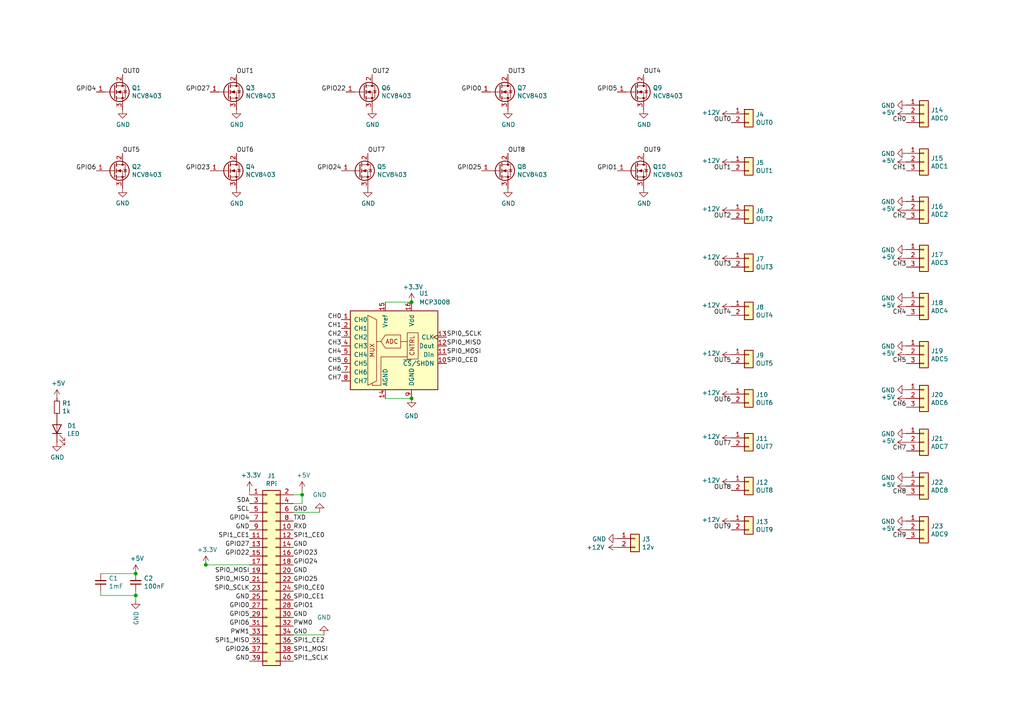
<source format=kicad_sch>
(kicad_sch (version 20231120) (generator "eeschema") (generator_version "8.0")
  (paper "A4")
  (title_block (title "garduino") (rev "v1") (company "lars@ibp.de"))
  (lib_symbols
    (symbol "Analog_ADC:MCP3008" (pin_names (offset 1.016))
      (property "Reference" "U" (at -5.08 13.335 0))
      (property "Value" "MCP3008" (at -5.08 11.43 0))
      (symbol "MCP3008_0_0"
        (text "ADC" (at -0.635 1.27 0) (effects (font (size 1.27 1.27))))
        (text "CNTRL" (at 5.969 -2.921 900) (effects (font (size 1.27 1.27)) (justify left bottom)))
        (text "MUX" (at -6.35 -1.27 900) (effects (font (size 1.27 1.27))))
      )
      (symbol "MCP3008_0_1"
        (polyline (pts (xy -3.81 1.27) (xy -5.08 1.27)))
        (polyline (pts (xy 1.905 1.27) (xy 3.81 1.27)))
        (polyline (pts (xy -7.62 8.89) (xy -7.62 -11.43) (xy -5.08 -10.16) (xy -5.08 7.62) (xy -7.62 8.89)))
        (polyline (pts (xy 3.81 -3.175) (xy -3.81 -3.175) (xy -3.81 -11.43) (xy -6.35 -11.43) (xy -6.35 -10.795)))
        (polyline (pts (xy 1.905 3.175) (xy 1.905 -0.635) (xy -2.54 -0.635) (xy -3.81 1.27) (xy -2.54 3.175) (xy 1.905 3.175)))
        (rectangle (start 3.81 -3.81) (end 6.985 3.81))
        (rectangle (start 12.7 -12.7) (end -12.7 10.16) (stroke (width 0.254)) (fill (type background)))
      )
      (symbol "MCP3008_1_1"
        (pin input line (at -15.24 7.62 0) (length 2.54) (name "CH0") (number "1"))
        (pin input line (at 15.24 -5.08 180) (length 2.54) (name "~{CS}/SHDN") (number "10"))
        (pin input line (at 15.24 -2.54 180) (length 2.54) (name "Din") (number "11"))
        (pin output line (at 15.24 0 180) (length 2.54) (name "Dout") (number "12"))
        (pin input clock (at 15.24 2.54 180) (length 2.54) (name "CLK") (number "13"))
        (pin power_in line (at -2.54 -15.24 90) (length 2.54) (name "AGND") (number "14"))
        (pin power_in line (at -2.54 12.7 270) (length 2.54) (name "Vref") (number "15"))
        (pin power_in line (at 5.08 12.7 270) (length 2.54) (name "Vdd") (number "16"))
        (pin input line (at -15.24 5.08 0) (length 2.54) (name "CH1") (number "2"))
        (pin input line (at -15.24 2.54 0) (length 2.54) (name "CH2") (number "3"))
        (pin input line (at -15.24 0 0) (length 2.54) (name "CH3") (number "4"))
        (pin input line (at -15.24 -2.54 0) (length 2.54) (name "CH4") (number "5"))
        (pin input line (at -15.24 -5.08 0) (length 2.54) (name "CH5") (number "6"))
        (pin input line (at -15.24 -7.62 0) (length 2.54) (name "CH6") (number "7"))
        (pin input line (at -15.24 -10.16 0) (length 2.54) (name "CH7") (number "8"))
        (pin power_in line (at 5.08 -15.24 90) (length 2.54) (name "DGND") (number "9"))
      )
    )
    (symbol "Connector_Generic:Conn_01x02" (pin_names (offset 1.016) hide)
      (property "Reference" "J" (at 0 2.54 0))
      (property "Value" "Conn_01x02" (at 0 -5.08 0))
      (symbol "Conn_01x02_1_1"
        (rectangle (start -1.27 -2.413) (end 0 -2.667) (stroke (width 0.1524)))
        (rectangle (start -1.27 0.127) (end 0 -0.127) (stroke (width 0.1524)))
        (rectangle (start -1.27 1.27) (end 1.27 -3.81) (stroke (width 0.254)) (fill (type background)))
        (pin passive line (at -5.08 0 0) (length 3.81) (name "Pin_1") (number "1"))
        (pin passive line (at -5.08 -2.54 0) (length 3.81) (name "Pin_2") (number "2"))
      )
    )
    (symbol "Connector_Generic:Conn_01x03" (pin_names (offset 1.016) hide)
      (property "Reference" "J" (at 0 5.08 0))
      (property "Value" "Conn_01x03" (at 0 -5.08 0))
      (symbol "Conn_01x03_1_1"
        (rectangle (start -1.27 -2.413) (end 0 -2.667) (stroke (width 0.1524)))
        (rectangle (start -1.27 0.127) (end 0 -0.127) (stroke (width 0.1524)))
        (rectangle (start -1.27 2.667) (end 0 2.413) (stroke (width 0.1524)))
        (rectangle (start -1.27 3.81) (end 1.27 -3.81) (stroke (width 0.254)) (fill (type background)))
        (pin passive line (at -5.08 2.54 0) (length 3.81) (name "Pin_1") (number "1"))
        (pin passive line (at -5.08 0 0) (length 3.81) (name "Pin_2") (number "2"))
        (pin passive line (at -5.08 -2.54 0) (length 3.81) (name "Pin_3") (number "3"))
      )
    )
    (symbol "Connector_Generic:Conn_02x20_Odd_Even" (pin_names (offset 1.016) hide)
      (property "Reference" "J" (at 1.27 25.4 0))
      (property "Value" "Conn_02x20_Odd_Even" (at 1.27 -27.94 0))
      (symbol "Conn_02x20_Odd_Even_1_1"
        (rectangle (start -1.27 -25.273) (end 0 -25.527) (stroke (width 0.1524)))
        (rectangle (start -1.27 -22.733) (end 0 -22.987) (stroke (width 0.1524)))
        (rectangle (start -1.27 -20.193) (end 0 -20.447) (stroke (width 0.1524)))
        (rectangle (start -1.27 -17.653) (end 0 -17.907) (stroke (width 0.1524)))
        (rectangle (start -1.27 -15.113) (end 0 -15.367) (stroke (width 0.1524)))
        (rectangle (start -1.27 -12.573) (end 0 -12.827) (stroke (width 0.1524)))
        (rectangle (start -1.27 -10.033) (end 0 -10.287) (stroke (width 0.1524)))
        (rectangle (start -1.27 -7.493) (end 0 -7.747) (stroke (width 0.1524)))
        (rectangle (start -1.27 -4.953) (end 0 -5.207) (stroke (width 0.1524)))
        (rectangle (start -1.27 -2.413) (end 0 -2.667) (stroke (width 0.1524)))
        (rectangle (start -1.27 0.127) (end 0 -0.127) (stroke (width 0.1524)))
        (rectangle (start -1.27 2.667) (end 0 2.413) (stroke (width 0.1524)))
        (rectangle (start -1.27 5.207) (end 0 4.953) (stroke (width 0.1524)))
        (rectangle (start -1.27 7.747) (end 0 7.493) (stroke (width 0.1524)))
        (rectangle (start -1.27 10.287) (end 0 10.033) (stroke (width 0.1524)))
        (rectangle (start -1.27 12.827) (end 0 12.573) (stroke (width 0.1524)))
        (rectangle (start -1.27 15.367) (end 0 15.113) (stroke (width 0.1524)))
        (rectangle (start -1.27 17.907) (end 0 17.653) (stroke (width 0.1524)))
        (rectangle (start -1.27 20.447) (end 0 20.193) (stroke (width 0.1524)))
        (rectangle (start -1.27 22.987) (end 0 22.733) (stroke (width 0.1524)))
        (rectangle (start -1.27 24.13) (end 3.81 -26.67) (stroke (width 0.254)) (fill (type background)))
        (rectangle (start 3.81 -25.273) (end 2.54 -25.527) (stroke (width 0.1524)))
        (rectangle (start 3.81 -22.733) (end 2.54 -22.987) (stroke (width 0.1524)))
        (rectangle (start 3.81 -20.193) (end 2.54 -20.447) (stroke (width 0.1524)))
        (rectangle (start 3.81 -17.653) (end 2.54 -17.907) (stroke (width 0.1524)))
        (rectangle (start 3.81 -15.113) (end 2.54 -15.367) (stroke (width 0.1524)))
        (rectangle (start 3.81 -12.573) (end 2.54 -12.827) (stroke (width 0.1524)))
        (rectangle (start 3.81 -10.033) (end 2.54 -10.287) (stroke (width 0.1524)))
        (rectangle (start 3.81 -7.493) (end 2.54 -7.747) (stroke (width 0.1524)))
        (rectangle (start 3.81 -4.953) (end 2.54 -5.207) (stroke (width 0.1524)))
        (rectangle (start 3.81 -2.413) (end 2.54 -2.667) (stroke (width 0.1524)))
        (rectangle (start 3.81 0.127) (end 2.54 -0.127) (stroke (width 0.1524)))
        (rectangle (start 3.81 2.667) (end 2.54 2.413) (stroke (width 0.1524)))
        (rectangle (start 3.81 5.207) (end 2.54 4.953) (stroke (width 0.1524)))
        (rectangle (start 3.81 7.747) (end 2.54 7.493) (stroke (width 0.1524)))
        (rectangle (start 3.81 10.287) (end 2.54 10.033) (stroke (width 0.1524)))
        (rectangle (start 3.81 12.827) (end 2.54 12.573) (stroke (width 0.1524)))
        (rectangle (start 3.81 15.367) (end 2.54 15.113) (stroke (width 0.1524)))
        (rectangle (start 3.81 17.907) (end 2.54 17.653) (stroke (width 0.1524)))
        (rectangle (start 3.81 20.447) (end 2.54 20.193) (stroke (width 0.1524)))
        (rectangle (start 3.81 22.987) (end 2.54 22.733) (stroke (width 0.1524)))
        (pin passive line (at -5.08 22.86 0) (length 3.81) (name "Pin_1") (number "1"))
        (pin passive line (at 7.62 12.7 180) (length 3.81) (name "Pin_10") (number "10"))
        (pin passive line (at -5.08 10.16 0) (length 3.81) (name "Pin_11") (number "11"))
        (pin passive line (at 7.62 10.16 180) (length 3.81) (name "Pin_12") (number "12"))
        (pin passive line (at -5.08 7.62 0) (length 3.81) (name "Pin_13") (number "13"))
        (pin passive line (at 7.62 7.62 180) (length 3.81) (name "Pin_14") (number "14"))
        (pin passive line (at -5.08 5.08 0) (length 3.81) (name "Pin_15") (number "15"))
        (pin passive line (at 7.62 5.08 180) (length 3.81) (name "Pin_16") (number "16"))
        (pin passive line (at -5.08 2.54 0) (length 3.81) (name "Pin_17") (number "17"))
        (pin passive line (at 7.62 2.54 180) (length 3.81) (name "Pin_18") (number "18"))
        (pin passive line (at -5.08 0 0) (length 3.81) (name "Pin_19") (number "19"))
        (pin passive line (at 7.62 22.86 180) (length 3.81) (name "Pin_2") (number "2"))
        (pin passive line (at 7.62 0 180) (length 3.81) (name "Pin_20") (number "20"))
        (pin passive line (at -5.08 -2.54 0) (length 3.81) (name "Pin_21") (number "21"))
        (pin passive line (at 7.62 -2.54 180) (length 3.81) (name "Pin_22") (number "22"))
        (pin passive line (at -5.08 -5.08 0) (length 3.81) (name "Pin_23") (number "23"))
        (pin passive line (at 7.62 -5.08 180) (length 3.81) (name "Pin_24") (number "24"))
        (pin passive line (at -5.08 -7.62 0) (length 3.81) (name "Pin_25") (number "25"))
        (pin passive line (at 7.62 -7.62 180) (length 3.81) (name "Pin_26") (number "26"))
        (pin passive line (at -5.08 -10.16 0) (length 3.81) (name "Pin_27") (number "27"))
        (pin passive line (at 7.62 -10.16 180) (length 3.81) (name "Pin_28") (number "28"))
        (pin passive line (at -5.08 -12.7 0) (length 3.81) (name "Pin_29") (number "29"))
        (pin passive line (at -5.08 20.32 0) (length 3.81) (name "Pin_3") (number "3"))
        (pin passive line (at 7.62 -12.7 180) (length 3.81) (name "Pin_30") (number "30"))
        (pin passive line (at -5.08 -15.24 0) (length 3.81) (name "Pin_31") (number "31"))
        (pin passive line (at 7.62 -15.24 180) (length 3.81) (name "Pin_32") (number "32"))
        (pin passive line (at -5.08 -17.78 0) (length 3.81) (name "Pin_33") (number "33"))
        (pin passive line (at 7.62 -17.78 180) (length 3.81) (name "Pin_34") (number "34"))
        (pin passive line (at -5.08 -20.32 0) (length 3.81) (name "Pin_35") (number "35"))
        (pin passive line (at 7.62 -20.32 180) (length 3.81) (name "Pin_36") (number "36"))
        (pin passive line (at -5.08 -22.86 0) (length 3.81) (name "Pin_37") (number "37"))
        (pin passive line (at 7.62 -22.86 180) (length 3.81) (name "Pin_38") (number "38"))
        (pin passive line (at -5.08 -25.4 0) (length 3.81) (name "Pin_39") (number "39"))
        (pin passive line (at 7.62 20.32 180) (length 3.81) (name "Pin_4") (number "4"))
        (pin passive line (at 7.62 -25.4 180) (length 3.81) (name "Pin_40") (number "40"))
        (pin passive line (at -5.08 17.78 0) (length 3.81) (name "Pin_5") (number "5"))
        (pin passive line (at 7.62 17.78 180) (length 3.81) (name "Pin_6") (number "6"))
        (pin passive line (at -5.08 15.24 0) (length 3.81) (name "Pin_7") (number "7"))
        (pin passive line (at 7.62 15.24 180) (length 3.81) (name "Pin_8") (number "8"))
        (pin passive line (at -5.08 12.7 0) (length 3.81) (name "Pin_9") (number "9"))
      )
    )
    (symbol "Device:C_Small" (pin_numbers hide) (pin_names (offset 0.254) hide)
      (property "Reference" "C" (at 0.254 1.778 0))
      (property "Value" "C_Small" (at 0.254 -2.032 0))
      (symbol "C_Small_0_1"
        (polyline (pts (xy -1.524 -0.508) (xy 1.524 -0.508)) (stroke (width 0.3302)))
        (polyline (pts (xy -1.524 0.508) (xy 1.524 0.508)) (stroke (width 0.3048)))
      )
      (symbol "C_Small_1_1"
        (pin passive line (at 0 2.54 270) (length 2.032) (name "~") (number "1"))
        (pin passive line (at 0 -2.54 90) (length 2.032) (name "~") (number "2"))
      )
    )
    (symbol "Device:LED" (pin_numbers hide) (pin_names (offset 1.016) hide)
      (property "Reference" "D" (at 0 2.54 0))
      (property "Value" "LED" (at 0 -2.54 0))
      (symbol "LED_0_1"
        (polyline (pts (xy -1.27 -1.27) (xy -1.27 1.27)) (stroke (width 0.254)))
        (polyline (pts (xy -1.27 0) (xy 1.27 0)))
        (polyline (pts (xy 1.27 -1.27) (xy 1.27 1.27) (xy -1.27 0) (xy 1.27 -1.27)) (stroke (width 0.254)))
        (polyline (pts (xy -3.048 -0.762) (xy -4.572 -2.286) (xy -3.81 -2.286) (xy -4.572 -2.286) (xy -4.572 -1.524)))
        (polyline (pts (xy -1.778 -0.762) (xy -3.302 -2.286) (xy -2.54 -2.286) (xy -3.302 -2.286) (xy -3.302 -1.524)))
      )
      (symbol "LED_1_1"
        (pin passive line (at -3.81 0 0) (length 2.54) (name "K") (number "1"))
        (pin passive line (at 3.81 0 180) (length 2.54) (name "A") (number "2"))
      )
    )
    (symbol "Device:R_Small" (pin_numbers hide) (pin_names (offset 0.254) hide)
      (property "Reference" "R" (at 0.762 0.508 0))
      (property "Value" "R_Small" (at 0.762 -1.016 0))
      (symbol "R_Small_0_1"
        (rectangle (start -0.762 1.778) (end 0.762 -1.778) (stroke (width 0.2032)))
      )
      (symbol "R_Small_1_1"
        (pin passive line (at 0 2.54 270) (length 0.762) (name "~") (number "1"))
        (pin passive line (at 0 -2.54 90) (length 0.762) (name "~") (number "2"))
      )
    )
    (symbol "Transistor_FET:IPD50R3K0CE" (pin_names hide)
      (property "Reference" "Q" (at 5.08 1.905 0))
      (property "Value" "IPD50R3K0CE" (at 5.08 0 0))
      (symbol "IPD50R3K0CE_0_1"
        (polyline (pts (xy 0.254 0) (xy -2.54 0)))
        (polyline (pts (xy 0.254 1.905) (xy 0.254 -1.905)) (stroke (width 0.254)))
        (polyline (pts (xy 0.762 -1.27) (xy 0.762 -2.286)) (stroke (width 0.254)))
        (polyline (pts (xy 0.762 0.508) (xy 0.762 -0.508)) (stroke (width 0.254)))
        (polyline (pts (xy 0.762 2.286) (xy 0.762 1.27)) (stroke (width 0.254)))
        (polyline (pts (xy 2.54 2.54) (xy 2.54 1.778)))
        (polyline (pts (xy 2.54 -2.54) (xy 2.54 0) (xy 0.762 0)))
        (polyline (pts (xy 0.762 -1.778) (xy 3.302 -1.778) (xy 3.302 1.778) (xy 0.762 1.778)))
        (polyline (pts (xy 1.016 0) (xy 2.032 0.381) (xy 2.032 -0.381) (xy 1.016 0)) (fill (type outline)))
        (polyline (pts (xy 2.794 0.508) (xy 2.921 0.381) (xy 3.683 0.381) (xy 3.81 0.254)))
        (polyline (pts (xy 3.302 0.381) (xy 2.921 -0.254) (xy 3.683 -0.254) (xy 3.302 0.381)))
        (circle (center 1.651 0) (radius 2.794) (stroke (width 0.254)))
        (circle (center 2.54 -1.778) (radius 0.254) (fill (type outline)))
        (circle (center 2.54 1.778) (radius 0.254) (fill (type outline)))
      )
      (symbol "IPD50R3K0CE_1_1"
        (pin input line (at -5.08 0 0) (length 2.54) (name "G") (number "1"))
        (pin passive line (at 2.54 5.08 270) (length 2.54) (name "D") (number "2"))
        (pin passive line (at 2.54 -5.08 90) (length 2.54) (name "S") (number "3"))
      )
    )
    (symbol "power:+12V" (power) (pin_numbers hide) (pin_names (offset 0) hide)
      (property "Value" "+12V" (at 0 3.556 0))
      (symbol "+12V_0_1"
        (polyline (pts (xy -0.762 1.27) (xy 0 2.54)))
        (polyline (pts (xy 0 0) (xy 0 2.54)))
        (polyline (pts (xy 0 2.54) (xy 0.762 1.27)))
      )
      (symbol "+12V_1_1"
        (pin power_in line (at 0 0 90) (length 0) (name "~") (number "1"))
      )
    )
    (symbol "power:+3.3V" (power) (pin_numbers hide) (pin_names (offset 0) hide)
      (property "Value" "+3.3V" (at 0 3.556 0))
      (symbol "+3.3V_0_1"
        (polyline (pts (xy -0.762 1.27) (xy 0 2.54)))
        (polyline (pts (xy 0 0) (xy 0 2.54)))
        (polyline (pts (xy 0 2.54) (xy 0.762 1.27)))
      )
      (symbol "+3.3V_1_1"
        (pin power_in line (at 0 0 90) (length 0) (name "~") (number "1"))
      )
    )
    (symbol "power:+5V" (power) (pin_numbers hide) (pin_names (offset 0) hide)
      (property "Value" "+5V" (at 0 3.556 0))
      (symbol "+5V_0_1"
        (polyline (pts (xy -0.762 1.27) (xy 0 2.54)))
        (polyline (pts (xy 0 0) (xy 0 2.54)))
        (polyline (pts (xy 0 2.54) (xy 0.762 1.27)))
      )
      (symbol "+5V_1_1"
        (pin power_in line (at 0 0 90) (length 0) (name "~") (number "1"))
      )
    )
    (symbol "power:GND" (power) (pin_numbers hide) (pin_names (offset 0) hide)
      (property "Value" "GND" (at 0 -3.81 0))
      (symbol "GND_0_1"
        (polyline (pts (xy 0 0) (xy 0 -1.27) (xy 1.27 -1.27) (xy 0 -2.54) (xy -1.27 -1.27) (xy 0 -1.27)))
      )
      (symbol "GND_1_1"
        (pin power_in line (at 0 0 270) (length 0) (name "~") (number "1"))
      )
    )
  )
  (junction (at 119.38 87.63))
  (junction (at 39.37 166.37))
  (junction (at 119.38 115.57))
  (junction (at 59.69 163.83))
  (junction (at 87.63 143.51))
  (junction (at 39.37 172.72))
  (wire (pts (xy 39.37 172.72) (xy 39.37 171.45)))
  (wire (pts (xy 85.09 146.05) (xy 87.63 146.05)))
  (wire (pts (xy 87.63 143.51) (xy 87.63 142.24)))
  (wire (pts (xy 29.21 172.72) (xy 29.21 171.45)))
  (wire (pts (xy 39.37 172.72) (xy 39.37 173.99)))
  (wire (pts (xy 87.63 146.05) (xy 87.63 143.51)))
  (wire (pts (xy 111.76 115.57) (xy 119.38 115.57)))
  (wire (pts (xy 85.09 143.51) (xy 87.63 143.51)))
  (wire (pts (xy 59.69 163.83) (xy 59.69 162.56)))
  (wire (pts (xy 85.09 184.15) (xy 93.98 184.15)))
  (wire (pts (xy 85.09 148.59) (xy 92.71 148.59)))
  (wire (pts (xy 111.76 87.63) (xy 119.38 87.63)))
  (wire (pts (xy 72.39 143.51) (xy 72.39 142.24)))
  (wire (pts (xy 29.21 166.37) (xy 39.37 166.37)))
  (wire (pts (xy 72.39 163.83) (xy 59.69 163.83)))
  (wire (pts (xy 29.21 172.72) (xy 39.37 172.72)))
  (label "CH0" (at 99.06 92.71 180))
  (label "SPI0_CE0" (at 129.54 105.41 0))
  (label "SPI0_MOSI" (at 129.54 102.87 0))
  (label "OUT3" (at 147.32 21.59 0))
  (label "GPIO23" (at 85.09 161.29 0))
  (label "OUT5" (at 35.56 44.45 0))
  (label "CH7" (at 99.06 110.49 180))
  (label "CH0" (at 262.89 35.56 180))
  (label "PWM1" (at 72.39 184.15 180))
  (label "GND" (at 72.39 173.99 180))
  (label "GPIO25" (at 85.09 168.91 0))
  (label "OUT7" (at 106.68 44.45 0))
  (label "GPIO26" (at 72.39 189.23 180))
  (label "GPIO0" (at 72.39 176.53 180))
  (label "OUT5" (at 212.09 105.41 180))
  (label "GPIO27" (at 60.96 26.67 180))
  (label "GPIO5" (at 179.07 26.67 180))
  (label "SDA" (at 72.39 146.05 180))
  (label "CH1" (at 99.06 95.25 180))
  (label "CH7" (at 262.89 130.81 180))
  (label "OUT7" (at 212.09 129.54 180))
  (label "GPIO27" (at 72.39 158.75 180))
  (label "SPI1_MISO" (at 72.39 186.69 180))
  (label "SPI0_MISO" (at 72.39 168.91 180))
  (label "CH4" (at 99.06 102.87 180))
  (label "OUT4" (at 186.69 21.59 0))
  (label "OUT2" (at 212.09 63.5 180))
  (label "SPI0_CE1" (at 85.09 173.99 0))
  (label "OUT0" (at 212.09 35.56 180))
  (label "OUT8" (at 212.09 142.24 180))
  (label "GPIO1" (at 85.09 176.53 0))
  (label "CH1" (at 262.89 49.53 180))
  (label "GPIO22" (at 72.39 161.29 180))
  (label "GPIO1" (at 179.07 49.53 180))
  (label "GPIO5" (at 72.39 179.07 180))
  (label "CH3" (at 262.89 77.47 180))
  (label "GPIO25" (at 139.7 49.53 180))
  (label "GPIO22" (at 100.33 26.67 180))
  (label "PWM0" (at 85.09 181.61 0))
  (label "CH2" (at 99.06 97.79 180))
  (label "CH6" (at 262.89 118.11 180))
  (label "GND" (at 85.09 184.15 0))
  (label "OUT3" (at 212.09 77.47 180))
  (label "SPI1_CE0" (at 85.09 156.21 0))
  (label "SPI1_MOSI" (at 85.09 189.23 0))
  (label "OUT6" (at 68.58 44.45 0))
  (label "GPIO4" (at 27.94 26.67 180))
  (label "OUT1" (at 212.09 49.53 180))
  (label "TXD" (at 85.09 151.13 0))
  (label "OUT4" (at 212.09 91.44 180))
  (label "OUT9" (at 212.09 153.67 180))
  (label "GPIO6" (at 27.94 49.53 180))
  (label "GPIO0" (at 139.7 26.67 180))
  (label "OUT9" (at 186.69 44.45 0))
  (label "GND" (at 72.39 191.77 180))
  (label "CH2" (at 262.89 63.5 180))
  (label "OUT1" (at 68.58 21.59 0))
  (label "GND" (at 85.09 179.07 0))
  (label "CH4" (at 262.89 91.44 180))
  (label "OUT2" (at 107.95 21.59 0))
  (label "RXD" (at 85.09 153.67 0))
  (label "SPI1_CE2" (at 85.09 186.69 0))
  (label "OUT6" (at 212.09 116.84 180))
  (label "CH6" (at 99.06 107.95 180))
  (label "SPI1_SCLK" (at 85.09 191.77 0))
  (label "SPI0_MOSI" (at 72.39 166.37 180))
  (label "GPIO4" (at 72.39 151.13 180))
  (label "SPI0_SCLK" (at 72.39 171.45 180))
  (label "GPIO23" (at 60.96 49.53 180))
  (label "GND" (at 85.09 166.37 0))
  (label "SPI0_MISO" (at 129.54 100.33 0))
  (label "CH5" (at 262.89 105.41 180))
  (label "SPI0_CE0" (at 85.09 171.45 0))
  (label "SPI1_CE1" (at 72.39 156.21 180))
  (label "GPIO6" (at 72.39 181.61 180))
  (label "GND" (at 72.39 153.67 180))
  (label "SCL" (at 72.39 148.59 180))
  (label "CH8" (at 262.89 143.51 180))
  (label "GND" (at 85.09 148.59 0))
  (label "OUT8" (at 147.32 44.45 0))
  (label "CH3" (at 99.06 100.33 180))
  (label "CH9" (at 262.89 156.21 180))
  (label "GND" (at 85.09 158.75 0))
  (label "OUT0" (at 35.56 21.59 0))
  (label "CH5" (at 99.06 105.41 180))
  (label "GPIO24" (at 99.06 49.53 180))
  (label "SPI0_SCLK" (at 129.54 97.79 0))
  (label "GPIO24" (at 85.09 163.83 0))
  (symbol (lib_id "Device:LED") (at 16.51 124.46 90) (unit 1)
    (property "Reference" "D1" (at 19.4818 123.4948 90) (effects (justify right)))
    (property "Value" "LED" (at 19.4818 125.8062 90) (effects (justify right)))
    (property "Footprint" "LED_SMD:LED_0603_1608Metric_Pad1.05x0.95mm_HandSolder" (effects (hide yes)))
  )
  (symbol (lib_id "power:GND") (at 16.51 128.27 0) (unit 1)
    (property "Reference" "#PWR02" (effects (hide yes)))
    (property "Value" "GND" (at 16.637 132.6642 0))
  )
  (symbol (lib_id "Device:R_Small") (at 16.51 118.11 0) (unit 1)
    (property "Reference" "R1" (at 18.0086 116.9416 0) (effects (justify left)))
    (property "Value" "1k" (at 18.0086 119.253 0) (effects (justify left)))
    (property "Footprint" "Resistor_SMD:R_0603_1608Metric_Pad1.05x0.95mm_HandSolder" (effects (hide yes)))
  )
  (symbol (lib_id "power:GND") (at 68.58 31.75 0) (unit 1)
    (property "Reference" "#PWR08" (effects (hide yes)))
    (property "Value" "GND" (at 68.707 36.1442 0))
  )
  (symbol (lib_id "power:GND") (at 35.56 54.61 0) (unit 1)
    (property "Reference" "#PWR04" (effects (hide yes)))
    (property "Value" "GND" (at 35.56 58.928 0))
  )
  (symbol (lib_id "power:GND") (at 35.56 31.75 0) (unit 1)
    (property "Reference" "#PWR03" (effects (hide yes)))
    (property "Value" "GND" (at 35.687 36.1442 0))
  )
  (symbol (lib_id "power:GND") (at 107.95 31.75 0) (unit 1)
    (property "Reference" "#PWR015" (effects (hide yes)))
    (property "Value" "GND" (at 108.077 36.1442 0))
  )
  (symbol (lib_id "power:GND") (at 147.32 31.75 0) (unit 1)
    (property "Reference" "#PWR018" (effects (hide yes)))
    (property "Value" "GND" (at 147.447 36.1442 0))
  )
  (symbol (lib_id "power:GND") (at 186.69 31.75 0) (unit 1)
    (property "Reference" "#PWR023" (effects (hide yes)))
    (property "Value" "GND" (at 186.817 36.1442 0))
  )
  (symbol (lib_id "power:+12V") (at 212.09 102.87 90) (unit 1)
    (property "Reference" "#PWR030" (effects (hide yes)))
    (property "Value" "+12V" (at 208.8388 102.489 90) (effects (justify left)))
  )
  (symbol (lib_id "Connector_Generic:Conn_01x02") (at 217.17 74.93 0) (unit 1)
    (property "Reference" "J7" (at 219.202 75.1332 0) (effects (justify left)))
    (property "Value" "OUT3" (at 219.202 77.4446 0) (effects (justify left)))
    (property "Footprint" "Connector_PinSocket_2.54mm:PinSocket_1x02_P2.54mm_Vertical" (effects (hide yes)))
  )
  (symbol (lib_id "Connector_Generic:Conn_01x02") (at 217.17 88.9 0) (unit 1)
    (property "Reference" "J8" (at 219.202 89.1032 0) (effects (justify left)))
    (property "Value" "OUT4" (at 219.202 91.4146 0) (effects (justify left)))
    (property "Footprint" "Connector_PinSocket_2.54mm:PinSocket_1x02_P2.54mm_Vertical" (effects (hide yes)))
  )
  (symbol (lib_id "Connector_Generic:Conn_01x02") (at 217.17 60.96 0) (unit 1)
    (property "Reference" "J6" (at 219.202 61.1632 0) (effects (justify left)))
    (property "Value" "OUT2" (at 219.202 63.4746 0) (effects (justify left)))
    (property "Footprint" "Connector_PinSocket_2.54mm:PinSocket_1x02_P2.54mm_Vertical" (effects (hide yes)))
  )
  (symbol (lib_id "Connector_Generic:Conn_01x02") (at 217.17 46.99 0) (unit 1)
    (property "Reference" "J5" (at 219.202 47.1932 0) (effects (justify left)))
    (property "Value" "OUT1" (at 219.202 49.5046 0) (effects (justify left)))
    (property "Footprint" "Connector_PinSocket_2.54mm:PinSocket_1x02_P2.54mm_Vertical" (effects (hide yes)))
  )
  (symbol (lib_id "Connector_Generic:Conn_01x02") (at 217.17 33.02 0) (unit 1)
    (property "Reference" "J4" (at 219.202 33.2232 0) (effects (justify left)))
    (property "Value" "OUT0" (at 219.202 35.5346 0) (effects (justify left)))
    (property "Footprint" "Connector_PinSocket_2.54mm:PinSocket_1x02_P2.54mm_Vertical" (effects (hide yes)))
  )
  (symbol (lib_id "power:+12V") (at 212.09 88.9 90) (unit 1)
    (property "Reference" "#PWR029" (effects (hide yes)))
    (property "Value" "+12V" (at 208.8388 88.519 90) (effects (justify left)))
  )
  (symbol (lib_id "power:+12V") (at 212.09 74.93 90) (unit 1)
    (property "Reference" "#PWR028" (effects (hide yes)))
    (property "Value" "+12V" (at 208.8388 74.549 90) (effects (justify left)))
  )
  (symbol (lib_id "power:+12V") (at 212.09 60.96 90) (unit 1)
    (property "Reference" "#PWR027" (effects (hide yes)))
    (property "Value" "+12V" (at 208.8388 60.579 90) (effects (justify left)))
  )
  (symbol (lib_id "power:+12V") (at 212.09 46.99 90) (unit 1)
    (property "Reference" "#PWR026" (effects (hide yes)))
    (property "Value" "+12V" (at 208.8388 46.609 90) (effects (justify left)))
  )
  (symbol (lib_id "power:+12V") (at 212.09 33.02 90) (unit 1)
    (property "Reference" "#PWR025" (effects (hide yes)))
    (property "Value" "+12V" (at 208.8388 32.639 90) (effects (justify left)))
  )
  (symbol (lib_id "Connector_Generic:Conn_01x02") (at 217.17 102.87 0) (unit 1)
    (property "Reference" "J9" (at 219.202 103.0732 0) (effects (justify left)))
    (property "Value" "OUT5" (at 219.202 105.3846 0) (effects (justify left)))
    (property "Footprint" "Connector_PinSocket_2.54mm:PinSocket_1x02_P2.54mm_Vertical" (effects (hide yes)))
  )
  (symbol (lib_id "power:GND") (at 68.58 54.61 0) (unit 1)
    (property "Reference" "#PWR09" (effects (hide yes)))
    (property "Value" "GND" (at 68.707 59.0042 0))
  )
  (symbol (lib_id "power:GND") (at 106.68 54.61 0) (unit 1)
    (property "Reference" "#PWR014" (effects (hide yes)))
    (property "Value" "GND" (at 106.807 59.0042 0))
  )
  (symbol (lib_id "Connector_Generic:Conn_01x02") (at 217.17 114.3 0) (unit 1)
    (property "Reference" "J10" (at 219.202 114.5032 0) (effects (justify left)))
    (property "Value" "OUT6" (at 219.202 116.8146 0) (effects (justify left)))
    (property "Footprint" "Connector_PinSocket_2.54mm:PinSocket_1x02_P2.54mm_Vertical" (effects (hide yes)))
  )
  (symbol (lib_id "power:+12V") (at 212.09 114.3 90) (unit 1)
    (property "Reference" "#PWR031" (effects (hide yes)))
    (property "Value" "+12V" (at 208.8388 113.919 90) (effects (justify left)))
  )
  (symbol (lib_id "Connector_Generic:Conn_02x20_Odd_Even") (at 77.47 166.37 0) (unit 1)
    (property "Reference" "J1" (at 78.74 137.9982 0))
    (property "Value" "RPi" (at 78.74 140.3096 0))
    (property "Footprint" "Connector_PinSocket_2.54mm:PinSocket_2x20_P2.54mm_Vertical" (effects (hide yes)))
  )
  (symbol (lib_id "power:GND") (at 262.89 44.45 270) (unit 1)
    (property "Reference" "#PWR037" (effects (hide yes)))
    (property "Value" "GND" (at 259.6388 44.577 90) (effects (justify right)))
  )
  (symbol (lib_id "power:GND") (at 262.89 58.42 270) (unit 1)
    (property "Reference" "#PWR039" (effects (hide yes)))
    (property "Value" "GND" (at 259.6388 58.547 90) (effects (justify right)))
  )
  (symbol (lib_id "power:GND") (at 262.89 72.39 270) (unit 1)
    (property "Reference" "#PWR041" (effects (hide yes)))
    (property "Value" "GND" (at 259.6388 72.517 90) (effects (justify right)))
  )
  (symbol (lib_id "power:GND") (at 262.89 86.36 270) (unit 1)
    (property "Reference" "#PWR043" (effects (hide yes)))
    (property "Value" "GND" (at 259.6388 86.487 90) (effects (justify right)))
  )
  (symbol (lib_id "Device:C_Small") (at 39.37 168.91 180) (unit 1)
    (property "Reference" "C2" (at 41.7068 167.7416 0) (effects (justify right)))
    (property "Value" "100nF" (at 41.7068 170.053 0) (effects (justify right)))
    (property "Footprint" "Capacitor_SMD:C_0603_1608Metric_Pad1.08x0.95mm_HandSolder" (effects (hide yes)))
  )
  (symbol (lib_id "power:GND") (at 39.37 173.99 0) (unit 1)
    (property "Reference" "#PWR06" (effects (hide yes)))
    (property "Value" "GND" (at 39.497 177.2412 90) (effects (justify right)))
  )
  (symbol (lib_id "Device:C_Small") (at 29.21 168.91 180) (unit 1)
    (property "Reference" "C1" (at 31.5468 167.7416 0) (effects (justify right)))
    (property "Value" "1mF" (at 31.5468 170.053 0) (effects (justify right)))
    (property "Footprint" "Capacitor_THT:C_Rect_L4.0mm_W2.5mm_P2.50mm" (effects (hide yes)))
  )
  (symbol (lib_id "power:GND") (at 262.89 30.48 270) (unit 1)
    (property "Reference" "#PWR035" (effects (hide yes)))
    (property "Value" "GND" (at 259.6388 30.607 90) (effects (justify right)))
  )
  (symbol (lib_id "Connector_Generic:Conn_01x03") (at 267.97 33.02 0) (unit 1)
    (property "Reference" "J14" (at 270.002 31.9532 0) (effects (justify left)))
    (property "Value" "ADC0" (at 270.002 34.2646 0) (effects (justify left)))
    (property "Footprint" "Connector_PinHeader_2.54mm:PinHeader_1x03_P2.54mm_Vertical" (effects (hide yes)))
  )
  (symbol (lib_id "Connector_Generic:Conn_01x03") (at 267.97 46.99 0) (unit 1)
    (property "Reference" "J15" (at 270.002 45.9232 0) (effects (justify left)))
    (property "Value" "ADC1" (at 270.002 48.2346 0) (effects (justify left)))
    (property "Footprint" "Connector_PinHeader_2.54mm:PinHeader_1x03_P2.54mm_Vertical" (effects (hide yes)))
  )
  (symbol (lib_id "Connector_Generic:Conn_01x03") (at 267.97 60.96 0) (unit 1)
    (property "Reference" "J16" (at 270.002 59.8932 0) (effects (justify left)))
    (property "Value" "ADC2" (at 270.002 62.2046 0) (effects (justify left)))
    (property "Footprint" "Connector_PinHeader_2.54mm:PinHeader_1x03_P2.54mm_Vertical" (effects (hide yes)))
  )
  (symbol (lib_id "Connector_Generic:Conn_01x03") (at 267.97 74.93 0) (unit 1)
    (property "Reference" "J17" (at 270.002 73.8632 0) (effects (justify left)))
    (property "Value" "ADC3" (at 270.002 76.1746 0) (effects (justify left)))
    (property "Footprint" "Connector_PinHeader_2.54mm:PinHeader_1x03_P2.54mm_Vertical" (effects (hide yes)))
  )
  (symbol (lib_id "Connector_Generic:Conn_01x03") (at 267.97 88.9 0) (unit 1)
    (property "Reference" "J18" (at 270.002 87.8332 0) (effects (justify left)))
    (property "Value" "ADC4" (at 270.002 90.1446 0) (effects (justify left)))
    (property "Footprint" "Connector_PinHeader_2.54mm:PinHeader_1x03_P2.54mm_Vertical" (effects (hide yes)))
  )
  (symbol (lib_id "Connector_Generic:Conn_01x03") (at 267.97 102.87 0) (unit 1)
    (property "Reference" "J19" (at 270.002 101.8032 0) (effects (justify left)))
    (property "Value" "ADC5" (at 270.002 104.1146 0) (effects (justify left)))
    (property "Footprint" "Connector_PinHeader_2.54mm:PinHeader_1x03_P2.54mm_Vertical" (effects (hide yes)))
  )
  (symbol (lib_id "power:GND") (at 262.89 100.33 270) (unit 1)
    (property "Reference" "#PWR045" (effects (hide yes)))
    (property "Value" "GND" (at 259.6388 100.457 90) (effects (justify right)))
  )
  (symbol (lib_id "Connector_Generic:Conn_01x03") (at 267.97 115.57 0) (unit 1)
    (property "Reference" "J20" (at 270.002 114.5032 0) (effects (justify left)))
    (property "Value" "ADC6" (at 270.002 116.8146 0) (effects (justify left)))
    (property "Footprint" "Connector_PinHeader_2.54mm:PinHeader_1x03_P2.54mm_Vertical" (effects (hide yes)))
  )
  (symbol (lib_id "power:GND") (at 262.89 113.03 270) (unit 1)
    (property "Reference" "#PWR047" (effects (hide yes)))
    (property "Value" "GND" (at 259.6388 113.157 90) (effects (justify right)))
  )
  (symbol (lib_id "Connector_Generic:Conn_01x02") (at 217.17 127 0) (unit 1)
    (property "Reference" "J11" (at 219.202 127.2032 0) (effects (justify left)))
    (property "Value" "OUT7" (at 219.202 129.5146 0) (effects (justify left)))
    (property "Footprint" "Connector_PinSocket_2.54mm:PinSocket_1x02_P2.54mm_Vertical" (effects (hide yes)))
  )
  (symbol (lib_id "power:+12V") (at 212.09 127 90) (unit 1)
    (property "Reference" "#PWR032" (effects (hide yes)))
    (property "Value" "+12V" (at 208.8388 126.619 90) (effects (justify left)))
  )
  (symbol (lib_id "Connector_Generic:Conn_01x02") (at 184.15 156.21 0) (unit 1)
    (property "Reference" "J3" (at 186.182 156.4132 0) (effects (justify left)))
    (property "Value" "12v" (at 186.182 158.7246 0) (effects (justify left)))
    (property "Footprint" "Connector_PinSocket_2.54mm:PinSocket_1x02_P2.54mm_Vertical" (effects (hide yes)))
  )
  (symbol (lib_id "power:+12V") (at 179.07 158.75 90) (unit 1)
    (property "Reference" "#PWR022" (effects (hide yes)))
    (property "Value" "+12V" (at 172.72 158.75 90))
  )
  (symbol (lib_id "power:GND") (at 179.07 156.21 270) (unit 1)
    (property "Reference" "#PWR021" (effects (hide yes)))
    (property "Value" "GND" (at 175.8188 156.337 90) (effects (justify right)))
  )
  (symbol (lib_id "power:+5V") (at 87.63 142.24 0) (unit 1)
    (property "Reference" "#PWR011" (effects (hide yes)))
    (property "Value" "+5V" (at 88.011 137.8458 0))
  )
  (symbol (lib_id "power:+3.3V") (at 72.39 142.24 0) (unit 1)
    (property "Reference" "#PWR010" (effects (hide yes)))
    (property "Value" "+3.3V" (at 72.771 137.8458 0))
  )
  (symbol (lib_id "power:+5V") (at 16.51 115.57 0) (unit 1)
    (property "Reference" "#PWR01" (effects (hide yes)))
    (property "Value" "+5V" (at 16.891 111.1758 0))
  )
  (symbol (lib_id "power:+5V") (at 39.37 166.37 0) (unit 1)
    (property "Reference" "#PWR05" (effects (hide yes)))
    (property "Value" "+5V" (at 39.751 161.9758 0))
  )
  (symbol (lib_id "power:+5V") (at 262.89 33.02 90) (unit 1)
    (property "Reference" "#PWR036" (effects (hide yes)))
    (property "Value" "+5V" (at 259.6388 32.639 90) (effects (justify left)))
  )
  (symbol (lib_id "power:+5V") (at 262.89 46.99 90) (unit 1)
    (property "Reference" "#PWR038" (effects (hide yes)))
    (property "Value" "+5V" (at 259.6388 46.609 90) (effects (justify left)))
  )
  (symbol (lib_id "power:+5V") (at 262.89 60.96 90) (unit 1)
    (property "Reference" "#PWR040" (effects (hide yes)))
    (property "Value" "+5V" (at 259.6388 60.579 90) (effects (justify left)))
  )
  (symbol (lib_id "power:+5V") (at 262.89 74.93 90) (unit 1)
    (property "Reference" "#PWR042" (effects (hide yes)))
    (property "Value" "+5V" (at 259.6388 74.549 90) (effects (justify left)))
  )
  (symbol (lib_id "power:+5V") (at 262.89 88.9 90) (unit 1)
    (property "Reference" "#PWR044" (effects (hide yes)))
    (property "Value" "+5V" (at 259.6388 88.519 90) (effects (justify left)))
  )
  (symbol (lib_id "power:+5V") (at 262.89 102.87 90) (unit 1)
    (property "Reference" "#PWR046" (effects (hide yes)))
    (property "Value" "+5V" (at 259.6388 102.489 90) (effects (justify left)))
  )
  (symbol (lib_id "power:+5V") (at 262.89 115.57 90) (unit 1)
    (property "Reference" "#PWR048" (effects (hide yes)))
    (property "Value" "+5V" (at 259.6388 115.189 90) (effects (justify left)))
  )
  (symbol (lib_id "Transistor_FET:IPD50R3K0CE") (at 33.02 26.67 0) (unit 1)
    (property "Reference" "Q1" (at 38.2016 25.5016 0) (effects (justify left)))
    (property "Value" "NCV8403" (at 38.2016 27.813 0) (effects (justify left)))
    (property "Footprint" "Package_TO_SOT_SMD:TO-252-2" (effects (hide yes)))
    (property "Datasheet" "https://www.infineon.com/dgdl/IPx50R3K0CE_2_0.pdf?folderId=db3a3043163797a6011637d4bae7003b&fileId=db3a304339dcf4b10139e7e9ff592ce4" (effects (hide yes)))
  )
  (symbol (lib_id "Transistor_FET:IPD50R3K0CE") (at 66.04 26.67 0) (unit 1)
    (property "Reference" "Q3" (at 71.2216 25.5016 0) (effects (justify left)))
    (property "Value" "NCV8403" (at 71.2216 27.813 0) (effects (justify left)))
    (property "Footprint" "Package_TO_SOT_SMD:TO-252-2" (effects (hide yes)))
    (property "Datasheet" "https://www.infineon.com/dgdl/IPx50R3K0CE_2_0.pdf?folderId=db3a3043163797a6011637d4bae7003b&fileId=db3a304339dcf4b10139e7e9ff592ce4" (effects (hide yes)))
  )
  (symbol (lib_id "Transistor_FET:IPD50R3K0CE") (at 105.41 26.67 0) (unit 1)
    (property "Reference" "Q6" (at 110.5916 25.5016 0) (effects (justify left)))
    (property "Value" "NCV8403" (at 110.5916 27.813 0) (effects (justify left)))
    (property "Footprint" "Package_TO_SOT_SMD:TO-252-2" (effects (hide yes)))
    (property "Datasheet" "https://www.infineon.com/dgdl/IPx50R3K0CE_2_0.pdf?folderId=db3a3043163797a6011637d4bae7003b&fileId=db3a304339dcf4b10139e7e9ff592ce4" (effects (hide yes)))
  )
  (symbol (lib_id "Transistor_FET:IPD50R3K0CE") (at 144.78 26.67 0) (unit 1)
    (property "Reference" "Q7" (at 149.9616 25.5016 0) (effects (justify left)))
    (property "Value" "NCV8403" (at 149.9616 27.813 0) (effects (justify left)))
    (property "Footprint" "Package_TO_SOT_SMD:TO-252-2" (effects (hide yes)))
    (property "Datasheet" "https://www.infineon.com/dgdl/IPx50R3K0CE_2_0.pdf?folderId=db3a3043163797a6011637d4bae7003b&fileId=db3a304339dcf4b10139e7e9ff592ce4" (effects (hide yes)))
  )
  (symbol (lib_id "Transistor_FET:IPD50R3K0CE") (at 184.15 26.67 0) (unit 1)
    (property "Reference" "Q9" (at 189.3316 25.5016 0) (effects (justify left)))
    (property "Value" "NCV8403" (at 189.3316 27.813 0) (effects (justify left)))
    (property "Footprint" "Package_TO_SOT_SMD:TO-252-2" (effects (hide yes)))
    (property "Datasheet" "https://www.infineon.com/dgdl/IPx50R3K0CE_2_0.pdf?folderId=db3a3043163797a6011637d4bae7003b&fileId=db3a304339dcf4b10139e7e9ff592ce4" (effects (hide yes)))
  )
  (symbol (lib_id "Transistor_FET:IPD50R3K0CE") (at 66.04 49.53 0) (unit 1)
    (property "Reference" "Q4" (at 71.2216 48.3616 0) (effects (justify left)))
    (property "Value" "NCV8403" (at 71.2216 50.673 0) (effects (justify left)))
    (property "Footprint" "Package_TO_SOT_SMD:TO-252-2" (effects (hide yes)))
    (property "Datasheet" "https://www.infineon.com/dgdl/IPx50R3K0CE_2_0.pdf?folderId=db3a3043163797a6011637d4bae7003b&fileId=db3a304339dcf4b10139e7e9ff592ce4" (effects (hide yes)))
  )
  (symbol (lib_id "Transistor_FET:IPD50R3K0CE") (at 33.02 49.53 0) (unit 1)
    (property "Reference" "Q2" (at 38.2016 48.3616 0) (effects (justify left)))
    (property "Value" "NCV8403" (at 38.2016 50.673 0) (effects (justify left)))
    (property "Footprint" "Package_TO_SOT_SMD:TO-252-2" (effects (hide yes)))
    (property "Datasheet" "https://www.infineon.com/dgdl/IPx50R3K0CE_2_0.pdf?folderId=db3a3043163797a6011637d4bae7003b&fileId=db3a304339dcf4b10139e7e9ff592ce4" (effects (hide yes)))
  )
  (symbol (lib_id "Transistor_FET:IPD50R3K0CE") (at 104.14 49.53 0) (unit 1)
    (property "Reference" "Q5" (at 109.3216 48.3616 0) (effects (justify left)))
    (property "Value" "NCV8403" (at 109.3216 50.673 0) (effects (justify left)))
    (property "Footprint" "Package_TO_SOT_SMD:TO-252-2" (effects (hide yes)))
    (property "Datasheet" "https://www.infineon.com/dgdl/IPx50R3K0CE_2_0.pdf?folderId=db3a3043163797a6011637d4bae7003b&fileId=db3a304339dcf4b10139e7e9ff592ce4" (effects (hide yes)))
  )
  (symbol (lib_id "power:GND") (at 186.69 54.61 0) (unit 1)
    (property "Reference" "#PWR024" (effects (hide yes)))
    (property "Value" "GND" (at 186.817 59.0042 0))
  )
  (symbol (lib_id "Connector_Generic:Conn_01x03") (at 267.97 128.27 0) (unit 1)
    (property "Reference" "J21" (at 270.002 127.2032 0) (effects (justify left)))
    (property "Value" "ADC7" (at 270.002 129.5146 0) (effects (justify left)))
    (property "Footprint" "Connector_PinHeader_2.54mm:PinHeader_1x03_P2.54mm_Vertical" (effects (hide yes)))
  )
  (symbol (lib_id "power:+12V") (at 212.09 151.13 90) (unit 1)
    (property "Reference" "#PWR034" (effects (hide yes)))
    (property "Value" "+12V" (at 208.8388 150.749 90) (effects (justify left)))
  )
  (symbol (lib_id "power:+3.3V") (at 119.38 87.63 0) (unit 1)
    (property "Reference" "#PWR016" (effects (hide yes)))
    (property "Value" "+3.3V" (at 119.761 83.2358 0))
  )
  (symbol (lib_id "power:GND") (at 262.89 151.13 270) (unit 1)
    (property "Reference" "#PWR053" (effects (hide yes)))
    (property "Value" "GND" (at 259.6388 151.257 90) (effects (justify right)))
  )
  (symbol (lib_id "Analog_ADC:MCP3008") (at 114.3 100.33 0) (unit 1)
    (property "Reference" "U1" (at 121.5741 85.09 0) (effects (justify left)))
    (property "Value" "MCP3008" (at 121.5741 87.63 0) (effects (justify left)))
    (property "Footprint" "Package_SO:SO-16_3.9x9.9mm_P1.27mm" (effects (hide yes)))
    (property "Datasheet" "http://ww1.microchip.com/downloads/en/DeviceDoc/21295d.pdf" (effects (hide yes)))
    (property "Description" "A/D Converter, 10-Bit, 8-Channel, SPI Interface , 2.7V-5.5V" (effects (hide yes)))
  )
  (symbol (lib_id "power:GND") (at 92.71 148.59 180) (unit 1)
    (property "Reference" "#PWR012" (effects (hide yes)))
    (property "Value" "GND" (at 92.71 143.51 0))
    (property "Description" "Power symbol creates a global label with name \"GND\" , ground" (effects (hide yes)))
  )
  (symbol (lib_id "Transistor_FET:IPD50R3K0CE") (at 184.15 49.53 0) (unit 1)
    (property "Reference" "Q10" (at 189.3316 48.3616 0) (effects (justify left)))
    (property "Value" "NCV8403" (at 189.3316 50.673 0) (effects (justify left)))
    (property "Footprint" "Package_TO_SOT_SMD:TO-252-2" (effects (hide yes)))
    (property "Datasheet" "https://www.infineon.com/dgdl/IPx50R3K0CE_2_0.pdf?folderId=db3a3043163797a6011637d4bae7003b&fileId=db3a304339dcf4b10139e7e9ff592ce4" (effects (hide yes)))
  )
  (symbol (lib_id "power:GND") (at 93.98 184.15 180) (unit 1)
    (property "Reference" "#PWR013" (effects (hide yes)))
    (property "Value" "GND" (at 93.98 179.07 0))
    (property "Description" "Power symbol creates a global label with name \"GND\" , ground" (effects (hide yes)))
  )
  (symbol (lib_id "Connector_Generic:Conn_01x02") (at 217.17 139.7 0) (unit 1)
    (property "Reference" "J12" (at 219.202 139.9032 0) (effects (justify left)))
    (property "Value" "OUT8" (at 219.202 142.2146 0) (effects (justify left)))
    (property "Footprint" "Connector_PinSocket_2.54mm:PinSocket_1x02_P2.54mm_Vertical" (effects (hide yes)))
  )
  (symbol (lib_id "power:+3.3V") (at 59.69 163.83 0) (unit 1)
    (property "Reference" "#PWR07" (effects (hide yes)))
    (property "Value" "+3.3V" (at 60.071 159.4358 0))
  )
  (symbol (lib_id "Connector_Generic:Conn_01x03") (at 267.97 153.67 0) (unit 1)
    (property "Reference" "J23" (at 270.002 152.6032 0) (effects (justify left)))
    (property "Value" "ADC9" (at 270.002 154.9146 0) (effects (justify left)))
    (property "Footprint" "Connector_PinHeader_2.54mm:PinHeader_1x03_P2.54mm_Vertical" (effects (hide yes)))
  )
  (symbol (lib_id "Connector_Generic:Conn_01x03") (at 267.97 140.97 0) (unit 1)
    (property "Reference" "J22" (at 270.002 139.9032 0) (effects (justify left)))
    (property "Value" "ADC8" (at 270.002 142.2146 0) (effects (justify left)))
    (property "Footprint" "Connector_PinHeader_2.54mm:PinHeader_1x03_P2.54mm_Vertical" (effects (hide yes)))
  )
  (symbol (lib_id "power:GND") (at 262.89 138.43 270) (unit 1)
    (property "Reference" "#PWR051" (effects (hide yes)))
    (property "Value" "GND" (at 259.6388 138.557 90) (effects (justify right)))
  )
  (symbol (lib_id "power:GND") (at 262.89 125.73 270) (unit 1)
    (property "Reference" "#PWR049" (effects (hide yes)))
    (property "Value" "GND" (at 259.6388 125.857 90) (effects (justify right)))
  )
  (symbol (lib_id "power:+5V") (at 262.89 140.97 90) (unit 1)
    (property "Reference" "#PWR052" (effects (hide yes)))
    (property "Value" "+5V" (at 259.6388 140.589 90) (effects (justify left)))
  )
  (symbol (lib_id "power:GND") (at 147.32 54.61 0) (unit 1)
    (property "Reference" "#PWR019" (effects (hide yes)))
    (property "Value" "GND" (at 147.447 59.0042 0))
  )
  (symbol (lib_id "power:GND") (at 119.38 115.57 0) (unit 1)
    (property "Reference" "#PWR017" (effects (hide yes)))
    (property "Value" "GND" (at 119.38 120.65 0))
    (property "Description" "Power symbol creates a global label with name \"GND\" , ground" (effects (hide yes)))
  )
  (symbol (lib_id "Connector_Generic:Conn_01x02") (at 217.17 151.13 0) (unit 1)
    (property "Reference" "J13" (at 219.202 151.3332 0) (effects (justify left)))
    (property "Value" "OUT9" (at 219.202 153.6446 0) (effects (justify left)))
    (property "Footprint" "Connector_PinSocket_2.54mm:PinSocket_1x02_P2.54mm_Vertical" (effects (hide yes)))
  )
  (symbol (lib_id "Transistor_FET:IPD50R3K0CE") (at 144.78 49.53 0) (unit 1)
    (property "Reference" "Q8" (at 149.9616 48.3616 0) (effects (justify left)))
    (property "Value" "NCV8403" (at 149.9616 50.673 0) (effects (justify left)))
    (property "Footprint" "Package_TO_SOT_SMD:TO-252-2" (effects (hide yes)))
    (property "Datasheet" "https://www.infineon.com/dgdl/IPx50R3K0CE_2_0.pdf?folderId=db3a3043163797a6011637d4bae7003b&fileId=db3a304339dcf4b10139e7e9ff592ce4" (effects (hide yes)))
  )
  (symbol (lib_id "power:+12V") (at 212.09 139.7 90) (unit 1)
    (property "Reference" "#PWR033" (effects (hide yes)))
    (property "Value" "+12V" (at 208.8388 139.319 90) (effects (justify left)))
  )
  (symbol (lib_id "power:+5V") (at 262.89 153.67 90) (unit 1)
    (property "Reference" "#PWR054" (effects (hide yes)))
    (property "Value" "+5V" (at 259.6388 153.289 90) (effects (justify left)))
  )
  (symbol (lib_id "power:+5V") (at 262.89 128.27 90) (unit 1)
    (property "Reference" "#PWR050" (effects (hide yes)))
    (property "Value" "+5V" (at 259.6388 127.889 90) (effects (justify left)))
  )
)
</source>
